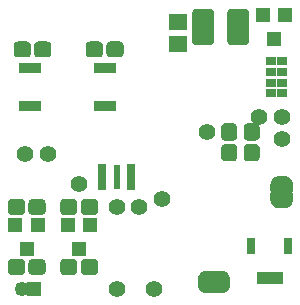
<source format=gbr>
G04 #@! TF.GenerationSoftware,KiCad,Pcbnew,(5.0.0-rc2-200-g1f6f76beb)*
G04 #@! TF.CreationDate,2020-02-25T20:58:18-05:00*
G04 #@! TF.ProjectId,watch-logic,77617463682D6C6F6769632E6B696361,rev?*
G04 #@! TF.SameCoordinates,Original*
G04 #@! TF.FileFunction,Soldermask,Top*
G04 #@! TF.FilePolarity,Negative*
%FSLAX46Y46*%
G04 Gerber Fmt 4.6, Leading zero omitted, Abs format (unit mm)*
G04 Created by KiCad (PCBNEW (5.0.0-rc2-200-g1f6f76beb)) date Tue Feb 25 20:58:18 2020*
%MOMM*%
%LPD*%
G01*
G04 APERTURE LIST*
%ADD10R,1.500000X1.450000*%
%ADD11C,0.100000*%
%ADD12C,1.825000*%
%ADD13R,0.820000X0.800000*%
%ADD14R,1.250000X1.250000*%
%ADD15O,1.250000X1.250000*%
%ADD16C,0.500000*%
%ADD17R,1.200000X1.300000*%
%ADD18C,1.350000*%
%ADD19R,1.900000X0.950000*%
%ADD20C,1.400000*%
%ADD21R,0.700000X0.650000*%
%ADD22R,0.600000X2.000000*%
%ADD23R,0.700000X1.100000*%
%ADD24R,0.700000X1.400000*%
G04 APERTURE END LIST*
D10*
G04 #@! TO.C,Y1*
X177927000Y-113284000D03*
X177927000Y-115134000D03*
G04 #@! TD*
D11*
G04 #@! TO.C,C1*
G36*
X183630707Y-112141542D02*
X183661787Y-112146152D01*
X183692266Y-112153787D01*
X183721850Y-112164372D01*
X183750254Y-112177806D01*
X183777204Y-112193959D01*
X183802442Y-112212677D01*
X183825723Y-112233777D01*
X183846823Y-112257058D01*
X183865541Y-112282296D01*
X183881694Y-112309246D01*
X183895128Y-112337650D01*
X183905713Y-112367234D01*
X183913348Y-112397713D01*
X183917958Y-112428793D01*
X183919500Y-112460176D01*
X183919500Y-114869824D01*
X183917958Y-114901207D01*
X183913348Y-114932287D01*
X183905713Y-114962766D01*
X183895128Y-114992350D01*
X183881694Y-115020754D01*
X183865541Y-115047704D01*
X183846823Y-115072942D01*
X183825723Y-115096223D01*
X183802442Y-115117323D01*
X183777204Y-115136041D01*
X183750254Y-115152194D01*
X183721850Y-115165628D01*
X183692266Y-115176213D01*
X183661787Y-115183848D01*
X183630707Y-115188458D01*
X183599324Y-115190000D01*
X182414676Y-115190000D01*
X182383293Y-115188458D01*
X182352213Y-115183848D01*
X182321734Y-115176213D01*
X182292150Y-115165628D01*
X182263746Y-115152194D01*
X182236796Y-115136041D01*
X182211558Y-115117323D01*
X182188277Y-115096223D01*
X182167177Y-115072942D01*
X182148459Y-115047704D01*
X182132306Y-115020754D01*
X182118872Y-114992350D01*
X182108287Y-114962766D01*
X182100652Y-114932287D01*
X182096042Y-114901207D01*
X182094500Y-114869824D01*
X182094500Y-112460176D01*
X182096042Y-112428793D01*
X182100652Y-112397713D01*
X182108287Y-112367234D01*
X182118872Y-112337650D01*
X182132306Y-112309246D01*
X182148459Y-112282296D01*
X182167177Y-112257058D01*
X182188277Y-112233777D01*
X182211558Y-112212677D01*
X182236796Y-112193959D01*
X182263746Y-112177806D01*
X182292150Y-112164372D01*
X182321734Y-112153787D01*
X182352213Y-112146152D01*
X182383293Y-112141542D01*
X182414676Y-112140000D01*
X183599324Y-112140000D01*
X183630707Y-112141542D01*
X183630707Y-112141542D01*
G37*
D12*
X183007000Y-113665000D03*
D11*
G36*
X180655707Y-112141542D02*
X180686787Y-112146152D01*
X180717266Y-112153787D01*
X180746850Y-112164372D01*
X180775254Y-112177806D01*
X180802204Y-112193959D01*
X180827442Y-112212677D01*
X180850723Y-112233777D01*
X180871823Y-112257058D01*
X180890541Y-112282296D01*
X180906694Y-112309246D01*
X180920128Y-112337650D01*
X180930713Y-112367234D01*
X180938348Y-112397713D01*
X180942958Y-112428793D01*
X180944500Y-112460176D01*
X180944500Y-114869824D01*
X180942958Y-114901207D01*
X180938348Y-114932287D01*
X180930713Y-114962766D01*
X180920128Y-114992350D01*
X180906694Y-115020754D01*
X180890541Y-115047704D01*
X180871823Y-115072942D01*
X180850723Y-115096223D01*
X180827442Y-115117323D01*
X180802204Y-115136041D01*
X180775254Y-115152194D01*
X180746850Y-115165628D01*
X180717266Y-115176213D01*
X180686787Y-115183848D01*
X180655707Y-115188458D01*
X180624324Y-115190000D01*
X179439676Y-115190000D01*
X179408293Y-115188458D01*
X179377213Y-115183848D01*
X179346734Y-115176213D01*
X179317150Y-115165628D01*
X179288746Y-115152194D01*
X179261796Y-115136041D01*
X179236558Y-115117323D01*
X179213277Y-115096223D01*
X179192177Y-115072942D01*
X179173459Y-115047704D01*
X179157306Y-115020754D01*
X179143872Y-114992350D01*
X179133287Y-114962766D01*
X179125652Y-114932287D01*
X179121042Y-114901207D01*
X179119500Y-114869824D01*
X179119500Y-112460176D01*
X179121042Y-112428793D01*
X179125652Y-112397713D01*
X179133287Y-112367234D01*
X179143872Y-112337650D01*
X179157306Y-112309246D01*
X179173459Y-112282296D01*
X179192177Y-112257058D01*
X179213277Y-112233777D01*
X179236558Y-112212677D01*
X179261796Y-112193959D01*
X179288746Y-112177806D01*
X179317150Y-112164372D01*
X179346734Y-112153787D01*
X179377213Y-112146152D01*
X179408293Y-112141542D01*
X179439676Y-112140000D01*
X180624324Y-112140000D01*
X180655707Y-112141542D01*
X180655707Y-112141542D01*
G37*
D12*
X180032000Y-113665000D03*
G04 #@! TD*
D13*
G04 #@! TO.C,IC2*
X185790000Y-119275000D03*
X185790000Y-118375000D03*
X185790000Y-117475000D03*
X185790000Y-116575000D03*
X186690000Y-119275000D03*
X186690000Y-118375000D03*
X186690000Y-117475000D03*
X186690000Y-116575000D03*
G04 #@! TD*
D14*
G04 #@! TO.C,J3*
X165735000Y-135890000D03*
D15*
X164735000Y-135890000D03*
G04 #@! TD*
D16*
G04 #@! TO.C,JP1*
X186690000Y-127000000D03*
D11*
G36*
X185740602Y-126993888D02*
X185740602Y-126975466D01*
X185741565Y-126955860D01*
X185746375Y-126907029D01*
X185749254Y-126887620D01*
X185758826Y-126839495D01*
X185763596Y-126820452D01*
X185777840Y-126773497D01*
X185784451Y-126755020D01*
X185803228Y-126709687D01*
X185811623Y-126691939D01*
X185834754Y-126648666D01*
X185844840Y-126631838D01*
X185872100Y-126591039D01*
X185883795Y-126575270D01*
X185914923Y-126537341D01*
X185928103Y-126522800D01*
X185962800Y-126488103D01*
X185977341Y-126474923D01*
X186015270Y-126443795D01*
X186031039Y-126432100D01*
X186071838Y-126404840D01*
X186088666Y-126394754D01*
X186131939Y-126371623D01*
X186149687Y-126363228D01*
X186195020Y-126344451D01*
X186213497Y-126337840D01*
X186260452Y-126323596D01*
X186279495Y-126318826D01*
X186327620Y-126309254D01*
X186347029Y-126306375D01*
X186395860Y-126301565D01*
X186415466Y-126300602D01*
X186433888Y-126300602D01*
X186440000Y-126300000D01*
X186940000Y-126300000D01*
X186946112Y-126300602D01*
X186964534Y-126300602D01*
X186984140Y-126301565D01*
X187032971Y-126306375D01*
X187052380Y-126309254D01*
X187100505Y-126318826D01*
X187119548Y-126323596D01*
X187166503Y-126337840D01*
X187184980Y-126344451D01*
X187230313Y-126363228D01*
X187248061Y-126371623D01*
X187291334Y-126394754D01*
X187308162Y-126404840D01*
X187348961Y-126432100D01*
X187364730Y-126443795D01*
X187402659Y-126474923D01*
X187417200Y-126488103D01*
X187451897Y-126522800D01*
X187465077Y-126537341D01*
X187496205Y-126575270D01*
X187507900Y-126591039D01*
X187535160Y-126631838D01*
X187545246Y-126648666D01*
X187568377Y-126691939D01*
X187576772Y-126709687D01*
X187595549Y-126755020D01*
X187602160Y-126773497D01*
X187616404Y-126820452D01*
X187621174Y-126839495D01*
X187630746Y-126887620D01*
X187633625Y-126907029D01*
X187638435Y-126955860D01*
X187639398Y-126975466D01*
X187639398Y-126993888D01*
X187640000Y-127000000D01*
X187640000Y-127500000D01*
X187636157Y-127539018D01*
X187624776Y-127576537D01*
X187606294Y-127611114D01*
X187581421Y-127641421D01*
X187551114Y-127666294D01*
X187516537Y-127684776D01*
X187479018Y-127696157D01*
X187440000Y-127700000D01*
X185940000Y-127700000D01*
X185900982Y-127696157D01*
X185863463Y-127684776D01*
X185828886Y-127666294D01*
X185798579Y-127641421D01*
X185773706Y-127611114D01*
X185755224Y-127576537D01*
X185743843Y-127539018D01*
X185740000Y-127500000D01*
X185740000Y-127000000D01*
X185740602Y-126993888D01*
X185740602Y-126993888D01*
G37*
D16*
X186690000Y-128300000D03*
D11*
G36*
X185743843Y-127760982D02*
X185755224Y-127723463D01*
X185773706Y-127688886D01*
X185798579Y-127658579D01*
X185828886Y-127633706D01*
X185863463Y-127615224D01*
X185900982Y-127603843D01*
X185940000Y-127600000D01*
X187440000Y-127600000D01*
X187479018Y-127603843D01*
X187516537Y-127615224D01*
X187551114Y-127633706D01*
X187581421Y-127658579D01*
X187606294Y-127688886D01*
X187624776Y-127723463D01*
X187636157Y-127760982D01*
X187640000Y-127800000D01*
X187640000Y-128300000D01*
X187639398Y-128306112D01*
X187639398Y-128324534D01*
X187638435Y-128344140D01*
X187633625Y-128392971D01*
X187630746Y-128412380D01*
X187621174Y-128460505D01*
X187616404Y-128479548D01*
X187602160Y-128526503D01*
X187595549Y-128544980D01*
X187576772Y-128590313D01*
X187568377Y-128608061D01*
X187545246Y-128651334D01*
X187535160Y-128668162D01*
X187507900Y-128708961D01*
X187496205Y-128724730D01*
X187465077Y-128762659D01*
X187451897Y-128777200D01*
X187417200Y-128811897D01*
X187402659Y-128825077D01*
X187364730Y-128856205D01*
X187348961Y-128867900D01*
X187308162Y-128895160D01*
X187291334Y-128905246D01*
X187248061Y-128928377D01*
X187230313Y-128936772D01*
X187184980Y-128955549D01*
X187166503Y-128962160D01*
X187119548Y-128976404D01*
X187100505Y-128981174D01*
X187052380Y-128990746D01*
X187032971Y-128993625D01*
X186984140Y-128998435D01*
X186964534Y-128999398D01*
X186946112Y-128999398D01*
X186940000Y-129000000D01*
X186440000Y-129000000D01*
X186433888Y-128999398D01*
X186415466Y-128999398D01*
X186395860Y-128998435D01*
X186347029Y-128993625D01*
X186327620Y-128990746D01*
X186279495Y-128981174D01*
X186260452Y-128976404D01*
X186213497Y-128962160D01*
X186195020Y-128955549D01*
X186149687Y-128936772D01*
X186131939Y-128928377D01*
X186088666Y-128905246D01*
X186071838Y-128895160D01*
X186031039Y-128867900D01*
X186015270Y-128856205D01*
X185977341Y-128825077D01*
X185962800Y-128811897D01*
X185928103Y-128777200D01*
X185914923Y-128762659D01*
X185883795Y-128724730D01*
X185872100Y-128708961D01*
X185844840Y-128668162D01*
X185834754Y-128651334D01*
X185811623Y-128608061D01*
X185803228Y-128590313D01*
X185784451Y-128544980D01*
X185777840Y-128526503D01*
X185763596Y-128479548D01*
X185758826Y-128460505D01*
X185749254Y-128412380D01*
X185746375Y-128392971D01*
X185741565Y-128344140D01*
X185740602Y-128324534D01*
X185740602Y-128306112D01*
X185740000Y-128300000D01*
X185740000Y-127800000D01*
X185743843Y-127760982D01*
X185743843Y-127760982D01*
G37*
G04 #@! TD*
D16*
G04 #@! TO.C,JP2*
X180310000Y-135255000D03*
D11*
G36*
X180849018Y-134308843D02*
X180886537Y-134320224D01*
X180921114Y-134338706D01*
X180951421Y-134363579D01*
X180976294Y-134393886D01*
X180994776Y-134428463D01*
X181006157Y-134465982D01*
X181010000Y-134505000D01*
X181010000Y-136005000D01*
X181006157Y-136044018D01*
X180994776Y-136081537D01*
X180976294Y-136116114D01*
X180951421Y-136146421D01*
X180921114Y-136171294D01*
X180886537Y-136189776D01*
X180849018Y-136201157D01*
X180810000Y-136205000D01*
X180310000Y-136205000D01*
X180303888Y-136204398D01*
X180285466Y-136204398D01*
X180265860Y-136203435D01*
X180217029Y-136198625D01*
X180197620Y-136195746D01*
X180149495Y-136186174D01*
X180130452Y-136181404D01*
X180083497Y-136167160D01*
X180065020Y-136160549D01*
X180019687Y-136141772D01*
X180001939Y-136133377D01*
X179958666Y-136110246D01*
X179941838Y-136100160D01*
X179901039Y-136072900D01*
X179885270Y-136061205D01*
X179847341Y-136030077D01*
X179832800Y-136016897D01*
X179798103Y-135982200D01*
X179784923Y-135967659D01*
X179753795Y-135929730D01*
X179742100Y-135913961D01*
X179714840Y-135873162D01*
X179704754Y-135856334D01*
X179681623Y-135813061D01*
X179673228Y-135795313D01*
X179654451Y-135749980D01*
X179647840Y-135731503D01*
X179633596Y-135684548D01*
X179628826Y-135665505D01*
X179619254Y-135617380D01*
X179616375Y-135597971D01*
X179611565Y-135549140D01*
X179610602Y-135529534D01*
X179610602Y-135511112D01*
X179610000Y-135505000D01*
X179610000Y-135005000D01*
X179610602Y-134998888D01*
X179610602Y-134980466D01*
X179611565Y-134960860D01*
X179616375Y-134912029D01*
X179619254Y-134892620D01*
X179628826Y-134844495D01*
X179633596Y-134825452D01*
X179647840Y-134778497D01*
X179654451Y-134760020D01*
X179673228Y-134714687D01*
X179681623Y-134696939D01*
X179704754Y-134653666D01*
X179714840Y-134636838D01*
X179742100Y-134596039D01*
X179753795Y-134580270D01*
X179784923Y-134542341D01*
X179798103Y-134527800D01*
X179832800Y-134493103D01*
X179847341Y-134479923D01*
X179885270Y-134448795D01*
X179901039Y-134437100D01*
X179941838Y-134409840D01*
X179958666Y-134399754D01*
X180001939Y-134376623D01*
X180019687Y-134368228D01*
X180065020Y-134349451D01*
X180083497Y-134342840D01*
X180130452Y-134328596D01*
X180149495Y-134323826D01*
X180197620Y-134314254D01*
X180217029Y-134311375D01*
X180265860Y-134306565D01*
X180285466Y-134305602D01*
X180303888Y-134305602D01*
X180310000Y-134305000D01*
X180810000Y-134305000D01*
X180849018Y-134308843D01*
X180849018Y-134308843D01*
G37*
D16*
X181610000Y-135255000D03*
D11*
G36*
X181616112Y-134305602D02*
X181634534Y-134305602D01*
X181654140Y-134306565D01*
X181702971Y-134311375D01*
X181722380Y-134314254D01*
X181770505Y-134323826D01*
X181789548Y-134328596D01*
X181836503Y-134342840D01*
X181854980Y-134349451D01*
X181900313Y-134368228D01*
X181918061Y-134376623D01*
X181961334Y-134399754D01*
X181978162Y-134409840D01*
X182018961Y-134437100D01*
X182034730Y-134448795D01*
X182072659Y-134479923D01*
X182087200Y-134493103D01*
X182121897Y-134527800D01*
X182135077Y-134542341D01*
X182166205Y-134580270D01*
X182177900Y-134596039D01*
X182205160Y-134636838D01*
X182215246Y-134653666D01*
X182238377Y-134696939D01*
X182246772Y-134714687D01*
X182265549Y-134760020D01*
X182272160Y-134778497D01*
X182286404Y-134825452D01*
X182291174Y-134844495D01*
X182300746Y-134892620D01*
X182303625Y-134912029D01*
X182308435Y-134960860D01*
X182309398Y-134980466D01*
X182309398Y-134998888D01*
X182310000Y-135005000D01*
X182310000Y-135505000D01*
X182309398Y-135511112D01*
X182309398Y-135529534D01*
X182308435Y-135549140D01*
X182303625Y-135597971D01*
X182300746Y-135617380D01*
X182291174Y-135665505D01*
X182286404Y-135684548D01*
X182272160Y-135731503D01*
X182265549Y-135749980D01*
X182246772Y-135795313D01*
X182238377Y-135813061D01*
X182215246Y-135856334D01*
X182205160Y-135873162D01*
X182177900Y-135913961D01*
X182166205Y-135929730D01*
X182135077Y-135967659D01*
X182121897Y-135982200D01*
X182087200Y-136016897D01*
X182072659Y-136030077D01*
X182034730Y-136061205D01*
X182018961Y-136072900D01*
X181978162Y-136100160D01*
X181961334Y-136110246D01*
X181918061Y-136133377D01*
X181900313Y-136141772D01*
X181854980Y-136160549D01*
X181836503Y-136167160D01*
X181789548Y-136181404D01*
X181770505Y-136186174D01*
X181722380Y-136195746D01*
X181702971Y-136198625D01*
X181654140Y-136203435D01*
X181634534Y-136204398D01*
X181616112Y-136204398D01*
X181610000Y-136205000D01*
X181110000Y-136205000D01*
X181070982Y-136201157D01*
X181033463Y-136189776D01*
X180998886Y-136171294D01*
X180968579Y-136146421D01*
X180943706Y-136116114D01*
X180925224Y-136081537D01*
X180913843Y-136044018D01*
X180910000Y-136005000D01*
X180910000Y-134505000D01*
X180913843Y-134465982D01*
X180925224Y-134428463D01*
X180943706Y-134393886D01*
X180968579Y-134363579D01*
X180998886Y-134338706D01*
X181033463Y-134320224D01*
X181070982Y-134308843D01*
X181110000Y-134305000D01*
X181610000Y-134305000D01*
X181616112Y-134305602D01*
X181616112Y-134305602D01*
G37*
G04 #@! TD*
D17*
G04 #@! TO.C,Q1*
X166050000Y-130445000D03*
X164150000Y-130445000D03*
X165100000Y-132445000D03*
G04 #@! TD*
G04 #@! TO.C,Q2*
X169545000Y-132445000D03*
X168595000Y-130445000D03*
X170495000Y-130445000D03*
G04 #@! TD*
D11*
G04 #@! TO.C,R3*
G36*
X172999581Y-114896625D02*
X173032343Y-114901485D01*
X173064471Y-114909533D01*
X173095656Y-114920691D01*
X173125596Y-114934852D01*
X173154005Y-114951879D01*
X173180608Y-114971609D01*
X173205149Y-114993851D01*
X173227391Y-115018392D01*
X173247121Y-115044995D01*
X173264148Y-115073404D01*
X173278309Y-115103344D01*
X173289467Y-115134529D01*
X173297515Y-115166657D01*
X173302375Y-115199419D01*
X173304000Y-115232500D01*
X173304000Y-115907500D01*
X173302375Y-115940581D01*
X173297515Y-115973343D01*
X173289467Y-116005471D01*
X173278309Y-116036656D01*
X173264148Y-116066596D01*
X173247121Y-116095005D01*
X173227391Y-116121608D01*
X173205149Y-116146149D01*
X173180608Y-116168391D01*
X173154005Y-116188121D01*
X173125596Y-116205148D01*
X173095656Y-116219309D01*
X173064471Y-116230467D01*
X173032343Y-116238515D01*
X172999581Y-116243375D01*
X172966500Y-116245000D01*
X172191500Y-116245000D01*
X172158419Y-116243375D01*
X172125657Y-116238515D01*
X172093529Y-116230467D01*
X172062344Y-116219309D01*
X172032404Y-116205148D01*
X172003995Y-116188121D01*
X171977392Y-116168391D01*
X171952851Y-116146149D01*
X171930609Y-116121608D01*
X171910879Y-116095005D01*
X171893852Y-116066596D01*
X171879691Y-116036656D01*
X171868533Y-116005471D01*
X171860485Y-115973343D01*
X171855625Y-115940581D01*
X171854000Y-115907500D01*
X171854000Y-115232500D01*
X171855625Y-115199419D01*
X171860485Y-115166657D01*
X171868533Y-115134529D01*
X171879691Y-115103344D01*
X171893852Y-115073404D01*
X171910879Y-115044995D01*
X171930609Y-115018392D01*
X171952851Y-114993851D01*
X171977392Y-114971609D01*
X172003995Y-114951879D01*
X172032404Y-114934852D01*
X172062344Y-114920691D01*
X172093529Y-114909533D01*
X172125657Y-114901485D01*
X172158419Y-114896625D01*
X172191500Y-114895000D01*
X172966500Y-114895000D01*
X172999581Y-114896625D01*
X172999581Y-114896625D01*
G37*
D18*
X172579000Y-115570000D03*
D11*
G36*
X171249581Y-114896625D02*
X171282343Y-114901485D01*
X171314471Y-114909533D01*
X171345656Y-114920691D01*
X171375596Y-114934852D01*
X171404005Y-114951879D01*
X171430608Y-114971609D01*
X171455149Y-114993851D01*
X171477391Y-115018392D01*
X171497121Y-115044995D01*
X171514148Y-115073404D01*
X171528309Y-115103344D01*
X171539467Y-115134529D01*
X171547515Y-115166657D01*
X171552375Y-115199419D01*
X171554000Y-115232500D01*
X171554000Y-115907500D01*
X171552375Y-115940581D01*
X171547515Y-115973343D01*
X171539467Y-116005471D01*
X171528309Y-116036656D01*
X171514148Y-116066596D01*
X171497121Y-116095005D01*
X171477391Y-116121608D01*
X171455149Y-116146149D01*
X171430608Y-116168391D01*
X171404005Y-116188121D01*
X171375596Y-116205148D01*
X171345656Y-116219309D01*
X171314471Y-116230467D01*
X171282343Y-116238515D01*
X171249581Y-116243375D01*
X171216500Y-116245000D01*
X170441500Y-116245000D01*
X170408419Y-116243375D01*
X170375657Y-116238515D01*
X170343529Y-116230467D01*
X170312344Y-116219309D01*
X170282404Y-116205148D01*
X170253995Y-116188121D01*
X170227392Y-116168391D01*
X170202851Y-116146149D01*
X170180609Y-116121608D01*
X170160879Y-116095005D01*
X170143852Y-116066596D01*
X170129691Y-116036656D01*
X170118533Y-116005471D01*
X170110485Y-115973343D01*
X170105625Y-115940581D01*
X170104000Y-115907500D01*
X170104000Y-115232500D01*
X170105625Y-115199419D01*
X170110485Y-115166657D01*
X170118533Y-115134529D01*
X170129691Y-115103344D01*
X170143852Y-115073404D01*
X170160879Y-115044995D01*
X170180609Y-115018392D01*
X170202851Y-114993851D01*
X170227392Y-114971609D01*
X170253995Y-114951879D01*
X170282404Y-114934852D01*
X170312344Y-114920691D01*
X170343529Y-114909533D01*
X170375657Y-114901485D01*
X170408419Y-114896625D01*
X170441500Y-114895000D01*
X171216500Y-114895000D01*
X171249581Y-114896625D01*
X171249581Y-114896625D01*
G37*
D18*
X170829000Y-115570000D03*
G04 #@! TD*
D11*
G04 #@! TO.C,R4*
G36*
X166889581Y-114896625D02*
X166922343Y-114901485D01*
X166954471Y-114909533D01*
X166985656Y-114920691D01*
X167015596Y-114934852D01*
X167044005Y-114951879D01*
X167070608Y-114971609D01*
X167095149Y-114993851D01*
X167117391Y-115018392D01*
X167137121Y-115044995D01*
X167154148Y-115073404D01*
X167168309Y-115103344D01*
X167179467Y-115134529D01*
X167187515Y-115166657D01*
X167192375Y-115199419D01*
X167194000Y-115232500D01*
X167194000Y-115907500D01*
X167192375Y-115940581D01*
X167187515Y-115973343D01*
X167179467Y-116005471D01*
X167168309Y-116036656D01*
X167154148Y-116066596D01*
X167137121Y-116095005D01*
X167117391Y-116121608D01*
X167095149Y-116146149D01*
X167070608Y-116168391D01*
X167044005Y-116188121D01*
X167015596Y-116205148D01*
X166985656Y-116219309D01*
X166954471Y-116230467D01*
X166922343Y-116238515D01*
X166889581Y-116243375D01*
X166856500Y-116245000D01*
X166081500Y-116245000D01*
X166048419Y-116243375D01*
X166015657Y-116238515D01*
X165983529Y-116230467D01*
X165952344Y-116219309D01*
X165922404Y-116205148D01*
X165893995Y-116188121D01*
X165867392Y-116168391D01*
X165842851Y-116146149D01*
X165820609Y-116121608D01*
X165800879Y-116095005D01*
X165783852Y-116066596D01*
X165769691Y-116036656D01*
X165758533Y-116005471D01*
X165750485Y-115973343D01*
X165745625Y-115940581D01*
X165744000Y-115907500D01*
X165744000Y-115232500D01*
X165745625Y-115199419D01*
X165750485Y-115166657D01*
X165758533Y-115134529D01*
X165769691Y-115103344D01*
X165783852Y-115073404D01*
X165800879Y-115044995D01*
X165820609Y-115018392D01*
X165842851Y-114993851D01*
X165867392Y-114971609D01*
X165893995Y-114951879D01*
X165922404Y-114934852D01*
X165952344Y-114920691D01*
X165983529Y-114909533D01*
X166015657Y-114901485D01*
X166048419Y-114896625D01*
X166081500Y-114895000D01*
X166856500Y-114895000D01*
X166889581Y-114896625D01*
X166889581Y-114896625D01*
G37*
D18*
X166469000Y-115570000D03*
D11*
G36*
X165139581Y-114896625D02*
X165172343Y-114901485D01*
X165204471Y-114909533D01*
X165235656Y-114920691D01*
X165265596Y-114934852D01*
X165294005Y-114951879D01*
X165320608Y-114971609D01*
X165345149Y-114993851D01*
X165367391Y-115018392D01*
X165387121Y-115044995D01*
X165404148Y-115073404D01*
X165418309Y-115103344D01*
X165429467Y-115134529D01*
X165437515Y-115166657D01*
X165442375Y-115199419D01*
X165444000Y-115232500D01*
X165444000Y-115907500D01*
X165442375Y-115940581D01*
X165437515Y-115973343D01*
X165429467Y-116005471D01*
X165418309Y-116036656D01*
X165404148Y-116066596D01*
X165387121Y-116095005D01*
X165367391Y-116121608D01*
X165345149Y-116146149D01*
X165320608Y-116168391D01*
X165294005Y-116188121D01*
X165265596Y-116205148D01*
X165235656Y-116219309D01*
X165204471Y-116230467D01*
X165172343Y-116238515D01*
X165139581Y-116243375D01*
X165106500Y-116245000D01*
X164331500Y-116245000D01*
X164298419Y-116243375D01*
X164265657Y-116238515D01*
X164233529Y-116230467D01*
X164202344Y-116219309D01*
X164172404Y-116205148D01*
X164143995Y-116188121D01*
X164117392Y-116168391D01*
X164092851Y-116146149D01*
X164070609Y-116121608D01*
X164050879Y-116095005D01*
X164033852Y-116066596D01*
X164019691Y-116036656D01*
X164008533Y-116005471D01*
X164000485Y-115973343D01*
X163995625Y-115940581D01*
X163994000Y-115907500D01*
X163994000Y-115232500D01*
X163995625Y-115199419D01*
X164000485Y-115166657D01*
X164008533Y-115134529D01*
X164019691Y-115103344D01*
X164033852Y-115073404D01*
X164050879Y-115044995D01*
X164070609Y-115018392D01*
X164092851Y-114993851D01*
X164117392Y-114971609D01*
X164143995Y-114951879D01*
X164172404Y-114934852D01*
X164202344Y-114920691D01*
X164233529Y-114909533D01*
X164265657Y-114901485D01*
X164298419Y-114896625D01*
X164331500Y-114895000D01*
X165106500Y-114895000D01*
X165139581Y-114896625D01*
X165139581Y-114896625D01*
G37*
D18*
X164719000Y-115570000D03*
G04 #@! TD*
D11*
G04 #@! TO.C,R5*
G36*
X184520581Y-123581625D02*
X184553343Y-123586485D01*
X184585471Y-123594533D01*
X184616656Y-123605691D01*
X184646596Y-123619852D01*
X184675005Y-123636879D01*
X184701608Y-123656609D01*
X184726149Y-123678851D01*
X184748391Y-123703392D01*
X184768121Y-123729995D01*
X184785148Y-123758404D01*
X184799309Y-123788344D01*
X184810467Y-123819529D01*
X184818515Y-123851657D01*
X184823375Y-123884419D01*
X184825000Y-123917500D01*
X184825000Y-124692500D01*
X184823375Y-124725581D01*
X184818515Y-124758343D01*
X184810467Y-124790471D01*
X184799309Y-124821656D01*
X184785148Y-124851596D01*
X184768121Y-124880005D01*
X184748391Y-124906608D01*
X184726149Y-124931149D01*
X184701608Y-124953391D01*
X184675005Y-124973121D01*
X184646596Y-124990148D01*
X184616656Y-125004309D01*
X184585471Y-125015467D01*
X184553343Y-125023515D01*
X184520581Y-125028375D01*
X184487500Y-125030000D01*
X183812500Y-125030000D01*
X183779419Y-125028375D01*
X183746657Y-125023515D01*
X183714529Y-125015467D01*
X183683344Y-125004309D01*
X183653404Y-124990148D01*
X183624995Y-124973121D01*
X183598392Y-124953391D01*
X183573851Y-124931149D01*
X183551609Y-124906608D01*
X183531879Y-124880005D01*
X183514852Y-124851596D01*
X183500691Y-124821656D01*
X183489533Y-124790471D01*
X183481485Y-124758343D01*
X183476625Y-124725581D01*
X183475000Y-124692500D01*
X183475000Y-123917500D01*
X183476625Y-123884419D01*
X183481485Y-123851657D01*
X183489533Y-123819529D01*
X183500691Y-123788344D01*
X183514852Y-123758404D01*
X183531879Y-123729995D01*
X183551609Y-123703392D01*
X183573851Y-123678851D01*
X183598392Y-123656609D01*
X183624995Y-123636879D01*
X183653404Y-123619852D01*
X183683344Y-123605691D01*
X183714529Y-123594533D01*
X183746657Y-123586485D01*
X183779419Y-123581625D01*
X183812500Y-123580000D01*
X184487500Y-123580000D01*
X184520581Y-123581625D01*
X184520581Y-123581625D01*
G37*
D18*
X184150000Y-124305000D03*
D11*
G36*
X184520581Y-121831625D02*
X184553343Y-121836485D01*
X184585471Y-121844533D01*
X184616656Y-121855691D01*
X184646596Y-121869852D01*
X184675005Y-121886879D01*
X184701608Y-121906609D01*
X184726149Y-121928851D01*
X184748391Y-121953392D01*
X184768121Y-121979995D01*
X184785148Y-122008404D01*
X184799309Y-122038344D01*
X184810467Y-122069529D01*
X184818515Y-122101657D01*
X184823375Y-122134419D01*
X184825000Y-122167500D01*
X184825000Y-122942500D01*
X184823375Y-122975581D01*
X184818515Y-123008343D01*
X184810467Y-123040471D01*
X184799309Y-123071656D01*
X184785148Y-123101596D01*
X184768121Y-123130005D01*
X184748391Y-123156608D01*
X184726149Y-123181149D01*
X184701608Y-123203391D01*
X184675005Y-123223121D01*
X184646596Y-123240148D01*
X184616656Y-123254309D01*
X184585471Y-123265467D01*
X184553343Y-123273515D01*
X184520581Y-123278375D01*
X184487500Y-123280000D01*
X183812500Y-123280000D01*
X183779419Y-123278375D01*
X183746657Y-123273515D01*
X183714529Y-123265467D01*
X183683344Y-123254309D01*
X183653404Y-123240148D01*
X183624995Y-123223121D01*
X183598392Y-123203391D01*
X183573851Y-123181149D01*
X183551609Y-123156608D01*
X183531879Y-123130005D01*
X183514852Y-123101596D01*
X183500691Y-123071656D01*
X183489533Y-123040471D01*
X183481485Y-123008343D01*
X183476625Y-122975581D01*
X183475000Y-122942500D01*
X183475000Y-122167500D01*
X183476625Y-122134419D01*
X183481485Y-122101657D01*
X183489533Y-122069529D01*
X183500691Y-122038344D01*
X183514852Y-122008404D01*
X183531879Y-121979995D01*
X183551609Y-121953392D01*
X183573851Y-121928851D01*
X183598392Y-121906609D01*
X183624995Y-121886879D01*
X183653404Y-121869852D01*
X183683344Y-121855691D01*
X183714529Y-121844533D01*
X183746657Y-121836485D01*
X183779419Y-121831625D01*
X183812500Y-121830000D01*
X184487500Y-121830000D01*
X184520581Y-121831625D01*
X184520581Y-121831625D01*
G37*
D18*
X184150000Y-122555000D03*
G04 #@! TD*
D11*
G04 #@! TO.C,R6*
G36*
X182615581Y-121831625D02*
X182648343Y-121836485D01*
X182680471Y-121844533D01*
X182711656Y-121855691D01*
X182741596Y-121869852D01*
X182770005Y-121886879D01*
X182796608Y-121906609D01*
X182821149Y-121928851D01*
X182843391Y-121953392D01*
X182863121Y-121979995D01*
X182880148Y-122008404D01*
X182894309Y-122038344D01*
X182905467Y-122069529D01*
X182913515Y-122101657D01*
X182918375Y-122134419D01*
X182920000Y-122167500D01*
X182920000Y-122942500D01*
X182918375Y-122975581D01*
X182913515Y-123008343D01*
X182905467Y-123040471D01*
X182894309Y-123071656D01*
X182880148Y-123101596D01*
X182863121Y-123130005D01*
X182843391Y-123156608D01*
X182821149Y-123181149D01*
X182796608Y-123203391D01*
X182770005Y-123223121D01*
X182741596Y-123240148D01*
X182711656Y-123254309D01*
X182680471Y-123265467D01*
X182648343Y-123273515D01*
X182615581Y-123278375D01*
X182582500Y-123280000D01*
X181907500Y-123280000D01*
X181874419Y-123278375D01*
X181841657Y-123273515D01*
X181809529Y-123265467D01*
X181778344Y-123254309D01*
X181748404Y-123240148D01*
X181719995Y-123223121D01*
X181693392Y-123203391D01*
X181668851Y-123181149D01*
X181646609Y-123156608D01*
X181626879Y-123130005D01*
X181609852Y-123101596D01*
X181595691Y-123071656D01*
X181584533Y-123040471D01*
X181576485Y-123008343D01*
X181571625Y-122975581D01*
X181570000Y-122942500D01*
X181570000Y-122167500D01*
X181571625Y-122134419D01*
X181576485Y-122101657D01*
X181584533Y-122069529D01*
X181595691Y-122038344D01*
X181609852Y-122008404D01*
X181626879Y-121979995D01*
X181646609Y-121953392D01*
X181668851Y-121928851D01*
X181693392Y-121906609D01*
X181719995Y-121886879D01*
X181748404Y-121869852D01*
X181778344Y-121855691D01*
X181809529Y-121844533D01*
X181841657Y-121836485D01*
X181874419Y-121831625D01*
X181907500Y-121830000D01*
X182582500Y-121830000D01*
X182615581Y-121831625D01*
X182615581Y-121831625D01*
G37*
D18*
X182245000Y-122555000D03*
D11*
G36*
X182615581Y-123581625D02*
X182648343Y-123586485D01*
X182680471Y-123594533D01*
X182711656Y-123605691D01*
X182741596Y-123619852D01*
X182770005Y-123636879D01*
X182796608Y-123656609D01*
X182821149Y-123678851D01*
X182843391Y-123703392D01*
X182863121Y-123729995D01*
X182880148Y-123758404D01*
X182894309Y-123788344D01*
X182905467Y-123819529D01*
X182913515Y-123851657D01*
X182918375Y-123884419D01*
X182920000Y-123917500D01*
X182920000Y-124692500D01*
X182918375Y-124725581D01*
X182913515Y-124758343D01*
X182905467Y-124790471D01*
X182894309Y-124821656D01*
X182880148Y-124851596D01*
X182863121Y-124880005D01*
X182843391Y-124906608D01*
X182821149Y-124931149D01*
X182796608Y-124953391D01*
X182770005Y-124973121D01*
X182741596Y-124990148D01*
X182711656Y-125004309D01*
X182680471Y-125015467D01*
X182648343Y-125023515D01*
X182615581Y-125028375D01*
X182582500Y-125030000D01*
X181907500Y-125030000D01*
X181874419Y-125028375D01*
X181841657Y-125023515D01*
X181809529Y-125015467D01*
X181778344Y-125004309D01*
X181748404Y-124990148D01*
X181719995Y-124973121D01*
X181693392Y-124953391D01*
X181668851Y-124931149D01*
X181646609Y-124906608D01*
X181626879Y-124880005D01*
X181609852Y-124851596D01*
X181595691Y-124821656D01*
X181584533Y-124790471D01*
X181576485Y-124758343D01*
X181571625Y-124725581D01*
X181570000Y-124692500D01*
X181570000Y-123917500D01*
X181571625Y-123884419D01*
X181576485Y-123851657D01*
X181584533Y-123819529D01*
X181595691Y-123788344D01*
X181609852Y-123758404D01*
X181626879Y-123729995D01*
X181646609Y-123703392D01*
X181668851Y-123678851D01*
X181693392Y-123656609D01*
X181719995Y-123636879D01*
X181748404Y-123619852D01*
X181778344Y-123605691D01*
X181809529Y-123594533D01*
X181841657Y-123586485D01*
X181874419Y-123581625D01*
X181907500Y-123580000D01*
X182582500Y-123580000D01*
X182615581Y-123581625D01*
X182615581Y-123581625D01*
G37*
D18*
X182245000Y-124305000D03*
G04 #@! TD*
D11*
G04 #@! TO.C,R7*
G36*
X166395581Y-128231625D02*
X166428343Y-128236485D01*
X166460471Y-128244533D01*
X166491656Y-128255691D01*
X166521596Y-128269852D01*
X166550005Y-128286879D01*
X166576608Y-128306609D01*
X166601149Y-128328851D01*
X166623391Y-128353392D01*
X166643121Y-128379995D01*
X166660148Y-128408404D01*
X166674309Y-128438344D01*
X166685467Y-128469529D01*
X166693515Y-128501657D01*
X166698375Y-128534419D01*
X166700000Y-128567500D01*
X166700000Y-129242500D01*
X166698375Y-129275581D01*
X166693515Y-129308343D01*
X166685467Y-129340471D01*
X166674309Y-129371656D01*
X166660148Y-129401596D01*
X166643121Y-129430005D01*
X166623391Y-129456608D01*
X166601149Y-129481149D01*
X166576608Y-129503391D01*
X166550005Y-129523121D01*
X166521596Y-129540148D01*
X166491656Y-129554309D01*
X166460471Y-129565467D01*
X166428343Y-129573515D01*
X166395581Y-129578375D01*
X166362500Y-129580000D01*
X165587500Y-129580000D01*
X165554419Y-129578375D01*
X165521657Y-129573515D01*
X165489529Y-129565467D01*
X165458344Y-129554309D01*
X165428404Y-129540148D01*
X165399995Y-129523121D01*
X165373392Y-129503391D01*
X165348851Y-129481149D01*
X165326609Y-129456608D01*
X165306879Y-129430005D01*
X165289852Y-129401596D01*
X165275691Y-129371656D01*
X165264533Y-129340471D01*
X165256485Y-129308343D01*
X165251625Y-129275581D01*
X165250000Y-129242500D01*
X165250000Y-128567500D01*
X165251625Y-128534419D01*
X165256485Y-128501657D01*
X165264533Y-128469529D01*
X165275691Y-128438344D01*
X165289852Y-128408404D01*
X165306879Y-128379995D01*
X165326609Y-128353392D01*
X165348851Y-128328851D01*
X165373392Y-128306609D01*
X165399995Y-128286879D01*
X165428404Y-128269852D01*
X165458344Y-128255691D01*
X165489529Y-128244533D01*
X165521657Y-128236485D01*
X165554419Y-128231625D01*
X165587500Y-128230000D01*
X166362500Y-128230000D01*
X166395581Y-128231625D01*
X166395581Y-128231625D01*
G37*
D18*
X165975000Y-128905000D03*
D11*
G36*
X164645581Y-128231625D02*
X164678343Y-128236485D01*
X164710471Y-128244533D01*
X164741656Y-128255691D01*
X164771596Y-128269852D01*
X164800005Y-128286879D01*
X164826608Y-128306609D01*
X164851149Y-128328851D01*
X164873391Y-128353392D01*
X164893121Y-128379995D01*
X164910148Y-128408404D01*
X164924309Y-128438344D01*
X164935467Y-128469529D01*
X164943515Y-128501657D01*
X164948375Y-128534419D01*
X164950000Y-128567500D01*
X164950000Y-129242500D01*
X164948375Y-129275581D01*
X164943515Y-129308343D01*
X164935467Y-129340471D01*
X164924309Y-129371656D01*
X164910148Y-129401596D01*
X164893121Y-129430005D01*
X164873391Y-129456608D01*
X164851149Y-129481149D01*
X164826608Y-129503391D01*
X164800005Y-129523121D01*
X164771596Y-129540148D01*
X164741656Y-129554309D01*
X164710471Y-129565467D01*
X164678343Y-129573515D01*
X164645581Y-129578375D01*
X164612500Y-129580000D01*
X163837500Y-129580000D01*
X163804419Y-129578375D01*
X163771657Y-129573515D01*
X163739529Y-129565467D01*
X163708344Y-129554309D01*
X163678404Y-129540148D01*
X163649995Y-129523121D01*
X163623392Y-129503391D01*
X163598851Y-129481149D01*
X163576609Y-129456608D01*
X163556879Y-129430005D01*
X163539852Y-129401596D01*
X163525691Y-129371656D01*
X163514533Y-129340471D01*
X163506485Y-129308343D01*
X163501625Y-129275581D01*
X163500000Y-129242500D01*
X163500000Y-128567500D01*
X163501625Y-128534419D01*
X163506485Y-128501657D01*
X163514533Y-128469529D01*
X163525691Y-128438344D01*
X163539852Y-128408404D01*
X163556879Y-128379995D01*
X163576609Y-128353392D01*
X163598851Y-128328851D01*
X163623392Y-128306609D01*
X163649995Y-128286879D01*
X163678404Y-128269852D01*
X163708344Y-128255691D01*
X163739529Y-128244533D01*
X163771657Y-128236485D01*
X163804419Y-128231625D01*
X163837500Y-128230000D01*
X164612500Y-128230000D01*
X164645581Y-128231625D01*
X164645581Y-128231625D01*
G37*
D18*
X164225000Y-128905000D03*
G04 #@! TD*
D11*
G04 #@! TO.C,R8*
G36*
X164645581Y-133311625D02*
X164678343Y-133316485D01*
X164710471Y-133324533D01*
X164741656Y-133335691D01*
X164771596Y-133349852D01*
X164800005Y-133366879D01*
X164826608Y-133386609D01*
X164851149Y-133408851D01*
X164873391Y-133433392D01*
X164893121Y-133459995D01*
X164910148Y-133488404D01*
X164924309Y-133518344D01*
X164935467Y-133549529D01*
X164943515Y-133581657D01*
X164948375Y-133614419D01*
X164950000Y-133647500D01*
X164950000Y-134322500D01*
X164948375Y-134355581D01*
X164943515Y-134388343D01*
X164935467Y-134420471D01*
X164924309Y-134451656D01*
X164910148Y-134481596D01*
X164893121Y-134510005D01*
X164873391Y-134536608D01*
X164851149Y-134561149D01*
X164826608Y-134583391D01*
X164800005Y-134603121D01*
X164771596Y-134620148D01*
X164741656Y-134634309D01*
X164710471Y-134645467D01*
X164678343Y-134653515D01*
X164645581Y-134658375D01*
X164612500Y-134660000D01*
X163837500Y-134660000D01*
X163804419Y-134658375D01*
X163771657Y-134653515D01*
X163739529Y-134645467D01*
X163708344Y-134634309D01*
X163678404Y-134620148D01*
X163649995Y-134603121D01*
X163623392Y-134583391D01*
X163598851Y-134561149D01*
X163576609Y-134536608D01*
X163556879Y-134510005D01*
X163539852Y-134481596D01*
X163525691Y-134451656D01*
X163514533Y-134420471D01*
X163506485Y-134388343D01*
X163501625Y-134355581D01*
X163500000Y-134322500D01*
X163500000Y-133647500D01*
X163501625Y-133614419D01*
X163506485Y-133581657D01*
X163514533Y-133549529D01*
X163525691Y-133518344D01*
X163539852Y-133488404D01*
X163556879Y-133459995D01*
X163576609Y-133433392D01*
X163598851Y-133408851D01*
X163623392Y-133386609D01*
X163649995Y-133366879D01*
X163678404Y-133349852D01*
X163708344Y-133335691D01*
X163739529Y-133324533D01*
X163771657Y-133316485D01*
X163804419Y-133311625D01*
X163837500Y-133310000D01*
X164612500Y-133310000D01*
X164645581Y-133311625D01*
X164645581Y-133311625D01*
G37*
D18*
X164225000Y-133985000D03*
D11*
G36*
X166395581Y-133311625D02*
X166428343Y-133316485D01*
X166460471Y-133324533D01*
X166491656Y-133335691D01*
X166521596Y-133349852D01*
X166550005Y-133366879D01*
X166576608Y-133386609D01*
X166601149Y-133408851D01*
X166623391Y-133433392D01*
X166643121Y-133459995D01*
X166660148Y-133488404D01*
X166674309Y-133518344D01*
X166685467Y-133549529D01*
X166693515Y-133581657D01*
X166698375Y-133614419D01*
X166700000Y-133647500D01*
X166700000Y-134322500D01*
X166698375Y-134355581D01*
X166693515Y-134388343D01*
X166685467Y-134420471D01*
X166674309Y-134451656D01*
X166660148Y-134481596D01*
X166643121Y-134510005D01*
X166623391Y-134536608D01*
X166601149Y-134561149D01*
X166576608Y-134583391D01*
X166550005Y-134603121D01*
X166521596Y-134620148D01*
X166491656Y-134634309D01*
X166460471Y-134645467D01*
X166428343Y-134653515D01*
X166395581Y-134658375D01*
X166362500Y-134660000D01*
X165587500Y-134660000D01*
X165554419Y-134658375D01*
X165521657Y-134653515D01*
X165489529Y-134645467D01*
X165458344Y-134634309D01*
X165428404Y-134620148D01*
X165399995Y-134603121D01*
X165373392Y-134583391D01*
X165348851Y-134561149D01*
X165326609Y-134536608D01*
X165306879Y-134510005D01*
X165289852Y-134481596D01*
X165275691Y-134451656D01*
X165264533Y-134420471D01*
X165256485Y-134388343D01*
X165251625Y-134355581D01*
X165250000Y-134322500D01*
X165250000Y-133647500D01*
X165251625Y-133614419D01*
X165256485Y-133581657D01*
X165264533Y-133549529D01*
X165275691Y-133518344D01*
X165289852Y-133488404D01*
X165306879Y-133459995D01*
X165326609Y-133433392D01*
X165348851Y-133408851D01*
X165373392Y-133386609D01*
X165399995Y-133366879D01*
X165428404Y-133349852D01*
X165458344Y-133335691D01*
X165489529Y-133324533D01*
X165521657Y-133316485D01*
X165554419Y-133311625D01*
X165587500Y-133310000D01*
X166362500Y-133310000D01*
X166395581Y-133311625D01*
X166395581Y-133311625D01*
G37*
D18*
X165975000Y-133985000D03*
G04 #@! TD*
D11*
G04 #@! TO.C,R9*
G36*
X170840581Y-128231625D02*
X170873343Y-128236485D01*
X170905471Y-128244533D01*
X170936656Y-128255691D01*
X170966596Y-128269852D01*
X170995005Y-128286879D01*
X171021608Y-128306609D01*
X171046149Y-128328851D01*
X171068391Y-128353392D01*
X171088121Y-128379995D01*
X171105148Y-128408404D01*
X171119309Y-128438344D01*
X171130467Y-128469529D01*
X171138515Y-128501657D01*
X171143375Y-128534419D01*
X171145000Y-128567500D01*
X171145000Y-129242500D01*
X171143375Y-129275581D01*
X171138515Y-129308343D01*
X171130467Y-129340471D01*
X171119309Y-129371656D01*
X171105148Y-129401596D01*
X171088121Y-129430005D01*
X171068391Y-129456608D01*
X171046149Y-129481149D01*
X171021608Y-129503391D01*
X170995005Y-129523121D01*
X170966596Y-129540148D01*
X170936656Y-129554309D01*
X170905471Y-129565467D01*
X170873343Y-129573515D01*
X170840581Y-129578375D01*
X170807500Y-129580000D01*
X170032500Y-129580000D01*
X169999419Y-129578375D01*
X169966657Y-129573515D01*
X169934529Y-129565467D01*
X169903344Y-129554309D01*
X169873404Y-129540148D01*
X169844995Y-129523121D01*
X169818392Y-129503391D01*
X169793851Y-129481149D01*
X169771609Y-129456608D01*
X169751879Y-129430005D01*
X169734852Y-129401596D01*
X169720691Y-129371656D01*
X169709533Y-129340471D01*
X169701485Y-129308343D01*
X169696625Y-129275581D01*
X169695000Y-129242500D01*
X169695000Y-128567500D01*
X169696625Y-128534419D01*
X169701485Y-128501657D01*
X169709533Y-128469529D01*
X169720691Y-128438344D01*
X169734852Y-128408404D01*
X169751879Y-128379995D01*
X169771609Y-128353392D01*
X169793851Y-128328851D01*
X169818392Y-128306609D01*
X169844995Y-128286879D01*
X169873404Y-128269852D01*
X169903344Y-128255691D01*
X169934529Y-128244533D01*
X169966657Y-128236485D01*
X169999419Y-128231625D01*
X170032500Y-128230000D01*
X170807500Y-128230000D01*
X170840581Y-128231625D01*
X170840581Y-128231625D01*
G37*
D18*
X170420000Y-128905000D03*
D11*
G36*
X169090581Y-128231625D02*
X169123343Y-128236485D01*
X169155471Y-128244533D01*
X169186656Y-128255691D01*
X169216596Y-128269852D01*
X169245005Y-128286879D01*
X169271608Y-128306609D01*
X169296149Y-128328851D01*
X169318391Y-128353392D01*
X169338121Y-128379995D01*
X169355148Y-128408404D01*
X169369309Y-128438344D01*
X169380467Y-128469529D01*
X169388515Y-128501657D01*
X169393375Y-128534419D01*
X169395000Y-128567500D01*
X169395000Y-129242500D01*
X169393375Y-129275581D01*
X169388515Y-129308343D01*
X169380467Y-129340471D01*
X169369309Y-129371656D01*
X169355148Y-129401596D01*
X169338121Y-129430005D01*
X169318391Y-129456608D01*
X169296149Y-129481149D01*
X169271608Y-129503391D01*
X169245005Y-129523121D01*
X169216596Y-129540148D01*
X169186656Y-129554309D01*
X169155471Y-129565467D01*
X169123343Y-129573515D01*
X169090581Y-129578375D01*
X169057500Y-129580000D01*
X168282500Y-129580000D01*
X168249419Y-129578375D01*
X168216657Y-129573515D01*
X168184529Y-129565467D01*
X168153344Y-129554309D01*
X168123404Y-129540148D01*
X168094995Y-129523121D01*
X168068392Y-129503391D01*
X168043851Y-129481149D01*
X168021609Y-129456608D01*
X168001879Y-129430005D01*
X167984852Y-129401596D01*
X167970691Y-129371656D01*
X167959533Y-129340471D01*
X167951485Y-129308343D01*
X167946625Y-129275581D01*
X167945000Y-129242500D01*
X167945000Y-128567500D01*
X167946625Y-128534419D01*
X167951485Y-128501657D01*
X167959533Y-128469529D01*
X167970691Y-128438344D01*
X167984852Y-128408404D01*
X168001879Y-128379995D01*
X168021609Y-128353392D01*
X168043851Y-128328851D01*
X168068392Y-128306609D01*
X168094995Y-128286879D01*
X168123404Y-128269852D01*
X168153344Y-128255691D01*
X168184529Y-128244533D01*
X168216657Y-128236485D01*
X168249419Y-128231625D01*
X168282500Y-128230000D01*
X169057500Y-128230000D01*
X169090581Y-128231625D01*
X169090581Y-128231625D01*
G37*
D18*
X168670000Y-128905000D03*
G04 #@! TD*
D11*
G04 #@! TO.C,R10*
G36*
X170840581Y-133311625D02*
X170873343Y-133316485D01*
X170905471Y-133324533D01*
X170936656Y-133335691D01*
X170966596Y-133349852D01*
X170995005Y-133366879D01*
X171021608Y-133386609D01*
X171046149Y-133408851D01*
X171068391Y-133433392D01*
X171088121Y-133459995D01*
X171105148Y-133488404D01*
X171119309Y-133518344D01*
X171130467Y-133549529D01*
X171138515Y-133581657D01*
X171143375Y-133614419D01*
X171145000Y-133647500D01*
X171145000Y-134322500D01*
X171143375Y-134355581D01*
X171138515Y-134388343D01*
X171130467Y-134420471D01*
X171119309Y-134451656D01*
X171105148Y-134481596D01*
X171088121Y-134510005D01*
X171068391Y-134536608D01*
X171046149Y-134561149D01*
X171021608Y-134583391D01*
X170995005Y-134603121D01*
X170966596Y-134620148D01*
X170936656Y-134634309D01*
X170905471Y-134645467D01*
X170873343Y-134653515D01*
X170840581Y-134658375D01*
X170807500Y-134660000D01*
X170032500Y-134660000D01*
X169999419Y-134658375D01*
X169966657Y-134653515D01*
X169934529Y-134645467D01*
X169903344Y-134634309D01*
X169873404Y-134620148D01*
X169844995Y-134603121D01*
X169818392Y-134583391D01*
X169793851Y-134561149D01*
X169771609Y-134536608D01*
X169751879Y-134510005D01*
X169734852Y-134481596D01*
X169720691Y-134451656D01*
X169709533Y-134420471D01*
X169701485Y-134388343D01*
X169696625Y-134355581D01*
X169695000Y-134322500D01*
X169695000Y-133647500D01*
X169696625Y-133614419D01*
X169701485Y-133581657D01*
X169709533Y-133549529D01*
X169720691Y-133518344D01*
X169734852Y-133488404D01*
X169751879Y-133459995D01*
X169771609Y-133433392D01*
X169793851Y-133408851D01*
X169818392Y-133386609D01*
X169844995Y-133366879D01*
X169873404Y-133349852D01*
X169903344Y-133335691D01*
X169934529Y-133324533D01*
X169966657Y-133316485D01*
X169999419Y-133311625D01*
X170032500Y-133310000D01*
X170807500Y-133310000D01*
X170840581Y-133311625D01*
X170840581Y-133311625D01*
G37*
D18*
X170420000Y-133985000D03*
D11*
G36*
X169090581Y-133311625D02*
X169123343Y-133316485D01*
X169155471Y-133324533D01*
X169186656Y-133335691D01*
X169216596Y-133349852D01*
X169245005Y-133366879D01*
X169271608Y-133386609D01*
X169296149Y-133408851D01*
X169318391Y-133433392D01*
X169338121Y-133459995D01*
X169355148Y-133488404D01*
X169369309Y-133518344D01*
X169380467Y-133549529D01*
X169388515Y-133581657D01*
X169393375Y-133614419D01*
X169395000Y-133647500D01*
X169395000Y-134322500D01*
X169393375Y-134355581D01*
X169388515Y-134388343D01*
X169380467Y-134420471D01*
X169369309Y-134451656D01*
X169355148Y-134481596D01*
X169338121Y-134510005D01*
X169318391Y-134536608D01*
X169296149Y-134561149D01*
X169271608Y-134583391D01*
X169245005Y-134603121D01*
X169216596Y-134620148D01*
X169186656Y-134634309D01*
X169155471Y-134645467D01*
X169123343Y-134653515D01*
X169090581Y-134658375D01*
X169057500Y-134660000D01*
X168282500Y-134660000D01*
X168249419Y-134658375D01*
X168216657Y-134653515D01*
X168184529Y-134645467D01*
X168153344Y-134634309D01*
X168123404Y-134620148D01*
X168094995Y-134603121D01*
X168068392Y-134583391D01*
X168043851Y-134561149D01*
X168021609Y-134536608D01*
X168001879Y-134510005D01*
X167984852Y-134481596D01*
X167970691Y-134451656D01*
X167959533Y-134420471D01*
X167951485Y-134388343D01*
X167946625Y-134355581D01*
X167945000Y-134322500D01*
X167945000Y-133647500D01*
X167946625Y-133614419D01*
X167951485Y-133581657D01*
X167959533Y-133549529D01*
X167970691Y-133518344D01*
X167984852Y-133488404D01*
X168001879Y-133459995D01*
X168021609Y-133433392D01*
X168043851Y-133408851D01*
X168068392Y-133386609D01*
X168094995Y-133366879D01*
X168123404Y-133349852D01*
X168153344Y-133335691D01*
X168184529Y-133324533D01*
X168216657Y-133316485D01*
X168249419Y-133311625D01*
X168282500Y-133310000D01*
X169057500Y-133310000D01*
X169090581Y-133311625D01*
X169090581Y-133311625D01*
G37*
D18*
X168670000Y-133985000D03*
G04 #@! TD*
D19*
G04 #@! TO.C,SW_BOOT1*
X165354000Y-117120000D03*
X165354000Y-120370000D03*
G04 #@! TD*
G04 #@! TO.C,SW_RESET1*
X171704000Y-117120000D03*
X171704000Y-120370000D03*
G04 #@! TD*
D20*
G04 #@! TO.C,TP1*
X172720000Y-135890000D03*
G04 #@! TD*
G04 #@! TO.C,TP2*
X175895000Y-135890000D03*
G04 #@! TD*
G04 #@! TO.C,TP3*
X164973000Y-124460000D03*
G04 #@! TD*
G04 #@! TO.C,TP4*
X166878000Y-124460000D03*
G04 #@! TD*
G04 #@! TO.C,TP5*
X174625000Y-128905000D03*
G04 #@! TD*
G04 #@! TO.C,TP6*
X176530000Y-128270000D03*
G04 #@! TD*
G04 #@! TO.C,TP7*
X169545000Y-127000000D03*
G04 #@! TD*
G04 #@! TO.C,TP8*
X172720000Y-128905000D03*
G04 #@! TD*
G04 #@! TO.C,TP9*
X180340000Y-122555000D03*
G04 #@! TD*
G04 #@! TO.C,TP10*
X184785000Y-121285000D03*
G04 #@! TD*
G04 #@! TO.C,TP11*
X186690000Y-123190000D03*
G04 #@! TD*
G04 #@! TO.C,TP12*
X186690000Y-121285000D03*
G04 #@! TD*
D21*
G04 #@! TO.C,U1*
X171520000Y-125615000D03*
X171520000Y-126115000D03*
X171520000Y-126615000D03*
X171520000Y-127115000D03*
X173920000Y-127115000D03*
X173920000Y-126615000D03*
X173920000Y-126115000D03*
X173920000Y-125615000D03*
D22*
X172720000Y-126365000D03*
G04 #@! TD*
D23*
G04 #@! TO.C,J5*
X186424000Y-134878200D03*
X185924000Y-134878200D03*
X185424000Y-134878200D03*
X184924000Y-134878200D03*
D24*
X187214000Y-132228200D03*
X184134000Y-132228200D03*
G04 #@! TD*
D17*
G04 #@! TO.C,D1*
X187005000Y-112665000D03*
X185105000Y-112665000D03*
X186055000Y-114665000D03*
G04 #@! TD*
M02*

</source>
